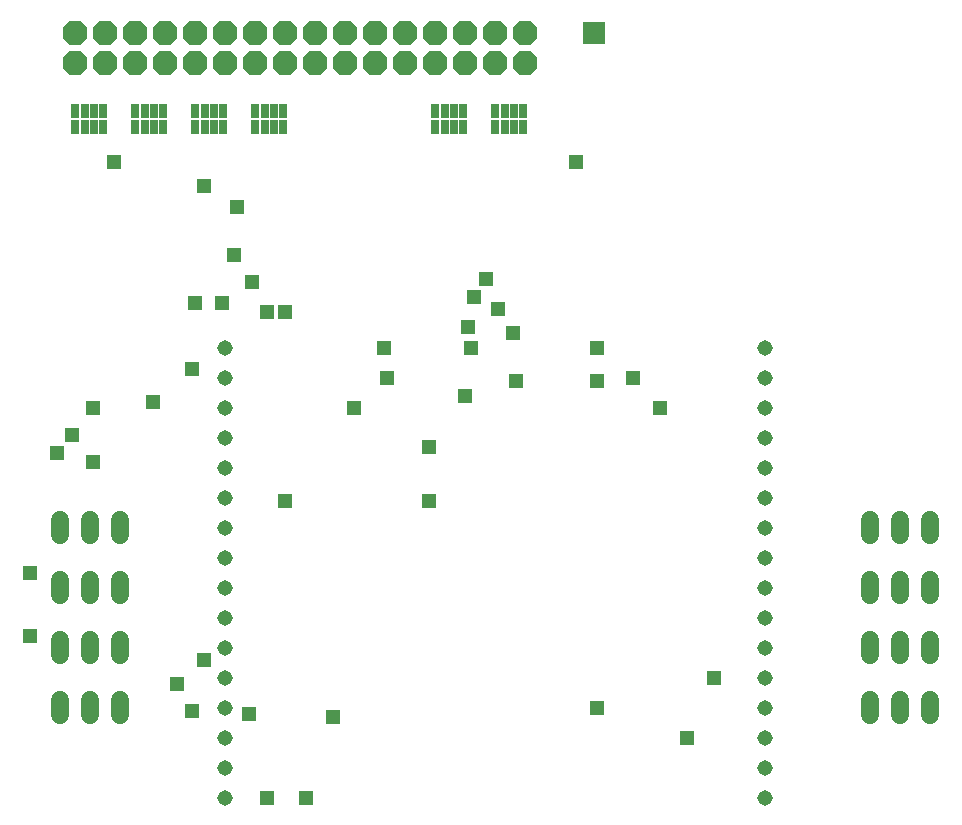
<source format=gbs>
G75*
%MOIN*%
%OFA0B0*%
%FSLAX24Y24*%
%IPPOS*%
%LPD*%
%AMOC8*
5,1,8,0,0,1.08239X$1,22.5*
%
%ADD10C,0.0516*%
%ADD11C,0.0600*%
%ADD12OC8,0.0820*%
%ADD13R,0.0277X0.0474*%
%ADD14R,0.0730X0.0730*%
%ADD15R,0.0476X0.0476*%
D10*
X007600Y005100D03*
X007600Y006100D03*
X007600Y007100D03*
X007600Y008100D03*
X007600Y009100D03*
X007600Y010100D03*
X007600Y011100D03*
X007600Y012100D03*
X007600Y013100D03*
X007600Y014100D03*
X007600Y015100D03*
X007600Y016100D03*
X007600Y017100D03*
X007600Y018100D03*
X007600Y019100D03*
X007600Y020100D03*
X025600Y020100D03*
X025600Y019100D03*
X025600Y018100D03*
X025600Y017100D03*
X025600Y016100D03*
X025600Y015100D03*
X025600Y014100D03*
X025600Y013100D03*
X025600Y012100D03*
X025600Y011100D03*
X025600Y010100D03*
X025600Y009100D03*
X025600Y008100D03*
X025600Y007100D03*
X025600Y006100D03*
X025600Y005100D03*
D11*
X029100Y007840D02*
X029100Y008360D01*
X030100Y008360D02*
X030100Y007840D01*
X031100Y007840D02*
X031100Y008360D01*
X031100Y009840D02*
X031100Y010360D01*
X030100Y010360D02*
X030100Y009840D01*
X029100Y009840D02*
X029100Y010360D01*
X029100Y011840D02*
X029100Y012360D01*
X030100Y012360D02*
X030100Y011840D01*
X031100Y011840D02*
X031100Y012360D01*
X031100Y013840D02*
X031100Y014360D01*
X030100Y014360D02*
X030100Y013840D01*
X029100Y013840D02*
X029100Y014360D01*
X004100Y014360D02*
X004100Y013840D01*
X003100Y013840D02*
X003100Y014360D01*
X002100Y014360D02*
X002100Y013840D01*
X002100Y012360D02*
X002100Y011840D01*
X003100Y011840D02*
X003100Y012360D01*
X004100Y012360D02*
X004100Y011840D01*
X004100Y010360D02*
X004100Y009840D01*
X003100Y009840D02*
X003100Y010360D01*
X002100Y010360D02*
X002100Y009840D01*
X002100Y008360D02*
X002100Y007840D01*
X003100Y007840D02*
X003100Y008360D01*
X004100Y008360D02*
X004100Y007840D01*
D12*
X003600Y029600D03*
X003600Y030600D03*
X002600Y030600D03*
X002600Y029600D03*
X004600Y029600D03*
X004600Y030600D03*
X005600Y030600D03*
X005600Y029600D03*
X006600Y029600D03*
X006600Y030600D03*
X007600Y030600D03*
X007600Y029600D03*
X008600Y029600D03*
X008600Y030600D03*
X009600Y030600D03*
X009600Y029600D03*
X010600Y029600D03*
X010600Y030600D03*
X011600Y030600D03*
X011600Y029600D03*
X012600Y029600D03*
X012600Y030600D03*
X013600Y030600D03*
X013600Y029600D03*
X014600Y029600D03*
X014600Y030600D03*
X015600Y030600D03*
X015600Y029600D03*
X016600Y029600D03*
X016600Y030600D03*
X017600Y030600D03*
X017600Y029600D03*
D13*
X017545Y028000D03*
X017230Y028000D03*
X016915Y028000D03*
X016600Y028000D03*
X016600Y027449D03*
X016915Y027449D03*
X017230Y027449D03*
X017545Y027449D03*
X015545Y027449D03*
X015230Y027449D03*
X014915Y027449D03*
X014600Y027449D03*
X014600Y028000D03*
X014915Y028000D03*
X015230Y028000D03*
X015545Y028000D03*
X009545Y028000D03*
X009230Y028000D03*
X008915Y028000D03*
X008600Y028000D03*
X008600Y027449D03*
X008915Y027449D03*
X009230Y027449D03*
X009545Y027449D03*
X007545Y027449D03*
X007230Y027449D03*
X006915Y027449D03*
X006600Y027449D03*
X006600Y028000D03*
X006915Y028000D03*
X007230Y028000D03*
X007545Y028000D03*
X005545Y028000D03*
X005230Y028000D03*
X004915Y028000D03*
X004600Y028000D03*
X004600Y027449D03*
X004915Y027449D03*
X005230Y027449D03*
X005545Y027449D03*
X003545Y027449D03*
X003230Y027449D03*
X002915Y027449D03*
X002600Y027449D03*
X002600Y028000D03*
X002915Y028000D03*
X003230Y028000D03*
X003545Y028000D03*
D14*
X019900Y030600D03*
D15*
X019300Y026300D03*
X016300Y022400D03*
X015900Y021800D03*
X016700Y021400D03*
X017200Y020600D03*
X015800Y020100D03*
X015700Y020800D03*
X017300Y019000D03*
X015600Y018500D03*
X014400Y016800D03*
X014400Y015000D03*
X011900Y018100D03*
X013000Y019100D03*
X012900Y020100D03*
X009600Y021300D03*
X009000Y021300D03*
X008500Y022300D03*
X007900Y023200D03*
X008000Y024800D03*
X006900Y025500D03*
X003900Y026300D03*
X006600Y021600D03*
X007500Y021600D03*
X006500Y019400D03*
X005200Y018300D03*
X003200Y018100D03*
X002500Y017200D03*
X002000Y016600D03*
X003200Y016300D03*
X001100Y012600D03*
X001100Y010500D03*
X006000Y008900D03*
X006500Y008000D03*
X006900Y009700D03*
X008400Y007900D03*
X011200Y007800D03*
X010300Y005100D03*
X009000Y005100D03*
X009600Y015000D03*
X020000Y019000D03*
X020000Y020100D03*
X021200Y019100D03*
X022100Y018100D03*
X023900Y009100D03*
X023000Y007100D03*
X020000Y008100D03*
M02*

</source>
